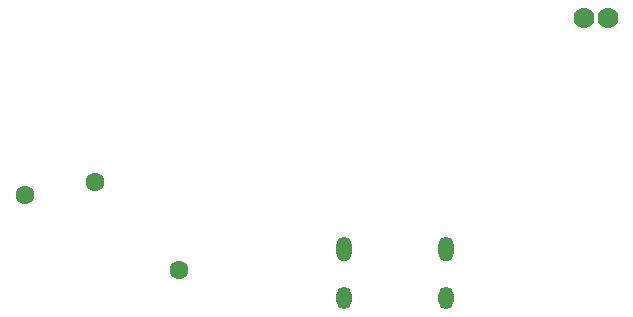
<source format=gbs>
G04 Layer: BottomSolderMaskLayer*
G04 EasyEDA v6.5.22, 2023-01-18 22:00:42*
G04 8e8bbbff4294455ebee03c083efee197,a9f00e695b414744abbaf3eb758947ea,10*
G04 Gerber Generator version 0.2*
G04 Scale: 100 percent, Rotated: No, Reflected: No *
G04 Dimensions in millimeters *
G04 leading zeros omitted , absolute positions ,4 integer and 5 decimal *
%FSLAX45Y45*%
%MOMM*%

%ADD10C,1.6016*%
%ADD11C,1.7780*%
%ADD12O,1.3015976000000002X1.9015964*%
%ADD13O,1.3015976000000002X2.1015960000000002*%

%LPD*%
D10*
G01*
X4013200Y5956300D03*
G01*
X3302000Y6705600D03*
G01*
X2705100Y6591300D03*
D11*
G01*
X7641209Y8094471D03*
G01*
X7441565Y8094471D03*
D12*
G01*
X6274511Y5720587D03*
D13*
G01*
X6274511Y6140577D03*
G01*
X5409488Y6140577D03*
D12*
G01*
X5409488Y5720587D03*
M02*

</source>
